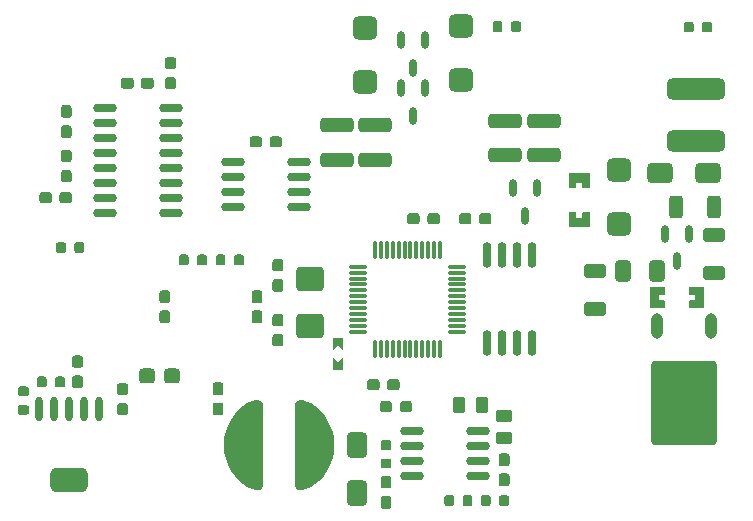
<source format=gtp>
G04 Layer_Color=8421504*
%FSLAX24Y24*%
%MOIN*%
G70*
G01*
G75*
G04:AMPARAMS|DCode=11|XSize=279.5mil|YSize=218.5mil|CornerRadius=10.9mil|HoleSize=0mil|Usage=FLASHONLY|Rotation=270.000|XOffset=0mil|YOffset=0mil|HoleType=Round|Shape=RoundedRectangle|*
%AMROUNDEDRECTD11*
21,1,0.2795,0.1967,0,0,270.0*
21,1,0.2577,0.2185,0,0,270.0*
1,1,0.0219,-0.0983,-0.1288*
1,1,0.0219,-0.0983,0.1288*
1,1,0.0219,0.0983,0.1288*
1,1,0.0219,0.0983,-0.1288*
%
%ADD11ROUNDEDRECTD11*%
%ADD12O,0.0394X0.0846*%
%ADD13O,0.0281X0.0591*%
G04:AMPARAMS|DCode=16|XSize=82.7mil|YSize=78.7mil|CornerRadius=19.7mil|HoleSize=0mil|Usage=FLASHONLY|Rotation=0.000|XOffset=0mil|YOffset=0mil|HoleType=Round|Shape=RoundedRectangle|*
%AMROUNDEDRECTD16*
21,1,0.0827,0.0394,0,0,0.0*
21,1,0.0433,0.0787,0,0,0.0*
1,1,0.0394,0.0217,-0.0197*
1,1,0.0394,-0.0217,-0.0197*
1,1,0.0394,-0.0217,0.0197*
1,1,0.0394,0.0217,0.0197*
%
%ADD16ROUNDEDRECTD16*%
G04:AMPARAMS|DCode=17|XSize=86.6mil|YSize=68.9mil|CornerRadius=17.2mil|HoleSize=0mil|Usage=FLASHONLY|Rotation=180.000|XOffset=0mil|YOffset=0mil|HoleType=Round|Shape=RoundedRectangle|*
%AMROUNDEDRECTD17*
21,1,0.0866,0.0344,0,0,180.0*
21,1,0.0522,0.0689,0,0,180.0*
1,1,0.0344,-0.0261,0.0172*
1,1,0.0344,0.0261,0.0172*
1,1,0.0344,0.0261,-0.0172*
1,1,0.0344,-0.0261,-0.0172*
%
%ADD17ROUNDEDRECTD17*%
G04:AMPARAMS|DCode=19|XSize=47.2mil|YSize=74.8mil|CornerRadius=11.8mil|HoleSize=0mil|Usage=FLASHONLY|Rotation=90.000|XOffset=0mil|YOffset=0mil|HoleType=Round|Shape=RoundedRectangle|*
%AMROUNDEDRECTD19*
21,1,0.0472,0.0512,0,0,90.0*
21,1,0.0236,0.0748,0,0,90.0*
1,1,0.0236,0.0256,0.0118*
1,1,0.0236,0.0256,-0.0118*
1,1,0.0236,-0.0256,-0.0118*
1,1,0.0236,-0.0256,0.0118*
%
%ADD19ROUNDEDRECTD19*%
G04:AMPARAMS|DCode=20|XSize=47.2mil|YSize=74.8mil|CornerRadius=11.8mil|HoleSize=0mil|Usage=FLASHONLY|Rotation=180.000|XOffset=0mil|YOffset=0mil|HoleType=Round|Shape=RoundedRectangle|*
%AMROUNDEDRECTD20*
21,1,0.0472,0.0512,0,0,180.0*
21,1,0.0236,0.0748,0,0,180.0*
1,1,0.0236,-0.0118,0.0256*
1,1,0.0236,0.0118,0.0256*
1,1,0.0236,0.0118,-0.0256*
1,1,0.0236,-0.0118,-0.0256*
%
%ADD20ROUNDEDRECTD20*%
G04:AMPARAMS|DCode=21|XSize=110.2mil|YSize=47.2mil|CornerRadius=11.8mil|HoleSize=0mil|Usage=FLASHONLY|Rotation=180.000|XOffset=0mil|YOffset=0mil|HoleType=Round|Shape=RoundedRectangle|*
%AMROUNDEDRECTD21*
21,1,0.1102,0.0236,0,0,180.0*
21,1,0.0866,0.0472,0,0,180.0*
1,1,0.0236,-0.0433,0.0118*
1,1,0.0236,0.0433,0.0118*
1,1,0.0236,0.0433,-0.0118*
1,1,0.0236,-0.0433,-0.0118*
%
%ADD21ROUNDEDRECTD21*%
%ADD22O,0.0630X0.0118*%
%ADD23O,0.0118X0.0630*%
%ADD24O,0.0800X0.0295*%
G04:AMPARAMS|DCode=25|XSize=55.1mil|YSize=70.9mil|CornerRadius=13.8mil|HoleSize=0mil|Usage=FLASHONLY|Rotation=0.000|XOffset=0mil|YOffset=0mil|HoleType=Round|Shape=RoundedRectangle|*
%AMROUNDEDRECTD25*
21,1,0.0551,0.0433,0,0,0.0*
21,1,0.0276,0.0709,0,0,0.0*
1,1,0.0276,0.0138,-0.0217*
1,1,0.0276,-0.0138,-0.0217*
1,1,0.0276,-0.0138,0.0217*
1,1,0.0276,0.0138,0.0217*
%
%ADD25ROUNDEDRECTD25*%
G04:AMPARAMS|DCode=27|XSize=55.1mil|YSize=41.3mil|CornerRadius=10.3mil|HoleSize=0mil|Usage=FLASHONLY|Rotation=90.000|XOffset=0mil|YOffset=0mil|HoleType=Round|Shape=RoundedRectangle|*
%AMROUNDEDRECTD27*
21,1,0.0551,0.0207,0,0,90.0*
21,1,0.0344,0.0413,0,0,90.0*
1,1,0.0207,0.0103,0.0172*
1,1,0.0207,0.0103,-0.0172*
1,1,0.0207,-0.0103,-0.0172*
1,1,0.0207,-0.0103,0.0172*
%
%ADD27ROUNDEDRECTD27*%
G04:AMPARAMS|DCode=28|XSize=55.1mil|YSize=41.3mil|CornerRadius=10.3mil|HoleSize=0mil|Usage=FLASHONLY|Rotation=180.000|XOffset=0mil|YOffset=0mil|HoleType=Round|Shape=RoundedRectangle|*
%AMROUNDEDRECTD28*
21,1,0.0551,0.0207,0,0,180.0*
21,1,0.0344,0.0413,0,0,180.0*
1,1,0.0207,-0.0172,0.0103*
1,1,0.0207,0.0172,0.0103*
1,1,0.0207,0.0172,-0.0103*
1,1,0.0207,-0.0172,-0.0103*
%
%ADD28ROUNDEDRECTD28*%
G04:AMPARAMS|DCode=32|XSize=86.6mil|YSize=68.9mil|CornerRadius=17.2mil|HoleSize=0mil|Usage=FLASHONLY|Rotation=90.000|XOffset=0mil|YOffset=0mil|HoleType=Round|Shape=RoundedRectangle|*
%AMROUNDEDRECTD32*
21,1,0.0866,0.0344,0,0,90.0*
21,1,0.0522,0.0689,0,0,90.0*
1,1,0.0344,0.0172,0.0261*
1,1,0.0344,0.0172,-0.0261*
1,1,0.0344,-0.0172,-0.0261*
1,1,0.0344,-0.0172,0.0261*
%
%ADD32ROUNDEDRECTD32*%
G04:AMPARAMS|DCode=34|XSize=54mil|YSize=50mil|CornerRadius=12.5mil|HoleSize=0mil|Usage=FLASHONLY|Rotation=180.000|XOffset=0mil|YOffset=0mil|HoleType=Round|Shape=RoundedRectangle|*
%AMROUNDEDRECTD34*
21,1,0.0540,0.0250,0,0,180.0*
21,1,0.0290,0.0500,0,0,180.0*
1,1,0.0250,-0.0145,0.0125*
1,1,0.0250,0.0145,0.0125*
1,1,0.0250,0.0145,-0.0125*
1,1,0.0250,-0.0145,-0.0125*
%
%ADD34ROUNDEDRECTD34*%
%ADD35O,0.0256X0.0807*%
G04:AMPARAMS|DCode=36|XSize=126mil|YSize=80.7mil|CornerRadius=20.2mil|HoleSize=0mil|Usage=FLASHONLY|Rotation=0.000|XOffset=0mil|YOffset=0mil|HoleType=Round|Shape=RoundedRectangle|*
%AMROUNDEDRECTD36*
21,1,0.1260,0.0404,0,0,0.0*
21,1,0.0856,0.0807,0,0,0.0*
1,1,0.0404,0.0428,-0.0202*
1,1,0.0404,-0.0428,-0.0202*
1,1,0.0404,-0.0428,0.0202*
1,1,0.0404,0.0428,0.0202*
%
%ADD36ROUNDEDRECTD36*%
G04:AMPARAMS|DCode=37|XSize=194.9mil|YSize=70.9mil|CornerRadius=17.7mil|HoleSize=0mil|Usage=FLASHONLY|Rotation=0.000|XOffset=0mil|YOffset=0mil|HoleType=Round|Shape=RoundedRectangle|*
%AMROUNDEDRECTD37*
21,1,0.1949,0.0354,0,0,0.0*
21,1,0.1594,0.0709,0,0,0.0*
1,1,0.0354,0.0797,-0.0177*
1,1,0.0354,-0.0797,-0.0177*
1,1,0.0354,-0.0797,0.0177*
1,1,0.0354,0.0797,0.0177*
%
%ADD37ROUNDEDRECTD37*%
%ADD38O,0.0295X0.0850*%
G04:AMPARAMS|DCode=39|XSize=90.6mil|YSize=82.7mil|CornerRadius=12.4mil|HoleSize=0mil|Usage=FLASHONLY|Rotation=0.000|XOffset=0mil|YOffset=0mil|HoleType=Round|Shape=RoundedRectangle|*
%AMROUNDEDRECTD39*
21,1,0.0906,0.0579,0,0,0.0*
21,1,0.0657,0.0827,0,0,0.0*
1,1,0.0248,0.0329,-0.0289*
1,1,0.0248,-0.0329,-0.0289*
1,1,0.0248,-0.0329,0.0289*
1,1,0.0248,0.0329,0.0289*
%
%ADD39ROUNDEDRECTD39*%
G36*
X22320Y34707D02*
X22350Y34687D01*
X22370Y34658D01*
X22377Y34623D01*
Y34393D01*
X22370Y34357D01*
X22350Y34328D01*
X22320Y34308D01*
X22285Y34301D01*
X22105D01*
X22070Y34308D01*
X22040Y34328D01*
X22020Y34357D01*
X22013Y34393D01*
Y34623D01*
X22020Y34658D01*
X22040Y34687D01*
X22070Y34707D01*
X22105Y34714D01*
X22285D01*
X22320Y34707D01*
D02*
G37*
G36*
X32867Y34584D02*
X32897Y34564D01*
X32917Y34535D01*
X32924Y34499D01*
Y34319D01*
X32917Y34284D01*
X32897Y34255D01*
X32867Y34235D01*
X32832Y34228D01*
X32602D01*
X32567Y34235D01*
X32537Y34255D01*
X32517Y34284D01*
X32510Y34319D01*
Y34499D01*
X32517Y34535D01*
X32537Y34564D01*
X32567Y34584D01*
X32602Y34591D01*
X32832D01*
X32867Y34584D01*
D02*
G37*
G36*
X21715Y34673D02*
X21742Y34656D01*
X21760Y34629D01*
X21766Y34598D01*
Y34398D01*
X21760Y34367D01*
X21742Y34340D01*
X21715Y34323D01*
X21684Y34316D01*
X21524D01*
X21493Y34323D01*
X21467Y34340D01*
X21449Y34367D01*
X21443Y34398D01*
Y34598D01*
X21449Y34629D01*
X21467Y34656D01*
X21493Y34673D01*
X21524Y34680D01*
X21684D01*
X21715Y34673D01*
D02*
G37*
G36*
X21105D02*
X21132Y34656D01*
X21150Y34629D01*
X21156Y34598D01*
Y34398D01*
X21150Y34367D01*
X21132Y34340D01*
X21105Y34323D01*
X21074Y34316D01*
X20914D01*
X20883Y34323D01*
X20857Y34340D01*
X20839Y34367D01*
X20833Y34398D01*
Y34598D01*
X20839Y34629D01*
X20857Y34656D01*
X20883Y34673D01*
X20914Y34680D01*
X21074D01*
X21105Y34673D01*
D02*
G37*
G36*
X23806Y34462D02*
X23836Y34442D01*
X23856Y34412D01*
X23863Y34377D01*
Y34147D01*
X23856Y34112D01*
X23836Y34082D01*
X23806Y34062D01*
X23771Y34055D01*
X23591D01*
X23556Y34062D01*
X23526Y34082D01*
X23506Y34112D01*
X23499Y34147D01*
Y34377D01*
X23506Y34412D01*
X23526Y34442D01*
X23556Y34462D01*
X23591Y34469D01*
X23771D01*
X23806Y34462D01*
D02*
G37*
G36*
X20515Y34338D02*
X20542Y34321D01*
X20559Y34294D01*
X20565Y34263D01*
Y34103D01*
X20559Y34072D01*
X20542Y34045D01*
X20515Y34028D01*
X20484Y34021D01*
X20284D01*
X20253Y34028D01*
X20226Y34045D01*
X20208Y34072D01*
X20202Y34103D01*
Y34263D01*
X20208Y34294D01*
X20226Y34321D01*
X20253Y34338D01*
X20284Y34345D01*
X20484D01*
X20515Y34338D01*
D02*
G37*
G36*
X32197Y34584D02*
X32227Y34564D01*
X32247Y34535D01*
X32254Y34499D01*
Y34319D01*
X32247Y34284D01*
X32227Y34255D01*
X32197Y34235D01*
X32162Y34228D01*
X31932D01*
X31897Y34235D01*
X31867Y34255D01*
X31847Y34284D01*
X31840Y34319D01*
Y34499D01*
X31847Y34535D01*
X31867Y34564D01*
X31897Y34584D01*
X31932Y34591D01*
X32162D01*
X32197Y34584D01*
D02*
G37*
G36*
X26995Y34472D02*
X27025Y34452D01*
X27045Y34422D01*
X27052Y34387D01*
Y34157D01*
X27045Y34122D01*
X27025Y34092D01*
X26995Y34072D01*
X26960Y34065D01*
X26780D01*
X26745Y34072D01*
X26715Y34092D01*
X26695Y34122D01*
X26688Y34157D01*
Y34387D01*
X26695Y34422D01*
X26715Y34452D01*
X26745Y34472D01*
X26780Y34479D01*
X26960D01*
X26995Y34472D01*
D02*
G37*
G36*
X25224Y36873D02*
X25253Y36853D01*
X25273Y36823D01*
X25280Y36788D01*
Y36558D01*
X25273Y36523D01*
X25253Y36493D01*
X25224Y36473D01*
X25188Y36466D01*
X25008D01*
X24973Y36473D01*
X24944Y36493D01*
X24924Y36523D01*
X24917Y36558D01*
Y36788D01*
X24924Y36823D01*
X24944Y36853D01*
X24973Y36873D01*
X25008Y36880D01*
X25188D01*
X25224Y36873D01*
D02*
G37*
G36*
X28992Y36755D02*
X29022Y36735D01*
X29042Y36706D01*
X29049Y36670D01*
Y36440D01*
X29042Y36405D01*
X29022Y36376D01*
X28992Y36356D01*
X28957Y36349D01*
X28777D01*
X28742Y36356D01*
X28712Y36376D01*
X28692Y36405D01*
X28685Y36440D01*
Y36670D01*
X28692Y36706D01*
X28712Y36735D01*
X28742Y36755D01*
X28777Y36762D01*
X28957D01*
X28992Y36755D01*
D02*
G37*
G36*
X41763Y37665D02*
X41771Y37644D01*
Y37441D01*
X41763Y37420D01*
X41742Y37411D01*
X41604D01*
X41583Y37403D01*
X41574Y37382D01*
Y37244D01*
X41583Y37223D01*
X41604Y37215D01*
X41742D01*
X41763Y37206D01*
X41771Y37185D01*
Y36982D01*
X41763Y36961D01*
X41742Y36953D01*
X41289D01*
X41268Y36961D01*
X41259Y36982D01*
Y37644D01*
X41268Y37665D01*
X41289Y37673D01*
X41742D01*
X41763Y37665D01*
D02*
G37*
G36*
X28294Y36873D02*
X28324Y36853D01*
X28344Y36823D01*
X28351Y36788D01*
Y36558D01*
X28344Y36523D01*
X28324Y36493D01*
X28294Y36473D01*
X28259Y36466D01*
X28079D01*
X28044Y36473D01*
X28014Y36493D01*
X27995Y36523D01*
X27988Y36558D01*
Y36788D01*
X27995Y36823D01*
X28014Y36853D01*
X28044Y36873D01*
X28079Y36880D01*
X28259D01*
X28294Y36873D01*
D02*
G37*
G36*
X31043Y34892D02*
X30689D01*
Y35285D01*
X30866Y35167D01*
X31043Y35285D01*
Y34892D01*
D02*
G37*
G36*
X22320Y35377D02*
X22350Y35357D01*
X22370Y35328D01*
X22377Y35293D01*
Y35063D01*
X22370Y35027D01*
X22350Y34998D01*
X22320Y34978D01*
X22285Y34971D01*
X22105D01*
X22070Y34978D01*
X22040Y34998D01*
X22020Y35027D01*
X22013Y35063D01*
Y35293D01*
X22020Y35328D01*
X22040Y35357D01*
X22070Y35377D01*
X22105Y35384D01*
X22285D01*
X22320Y35377D01*
D02*
G37*
G36*
X28992Y36085D02*
X29022Y36065D01*
X29042Y36036D01*
X29049Y36000D01*
Y35770D01*
X29042Y35735D01*
X29022Y35706D01*
X28992Y35686D01*
X28957Y35679D01*
X28777D01*
X28742Y35686D01*
X28712Y35706D01*
X28692Y35735D01*
X28685Y35770D01*
Y36000D01*
X28692Y36036D01*
X28712Y36065D01*
X28742Y36085D01*
X28777Y36092D01*
X28957D01*
X28992Y36085D01*
D02*
G37*
G36*
X31043Y35561D02*
X30866Y35679D01*
X30689Y35561D01*
Y35955D01*
X31043D01*
Y35561D01*
D02*
G37*
G36*
X33290Y33856D02*
X33320Y33836D01*
X33340Y33806D01*
X33347Y33771D01*
Y33591D01*
X33340Y33556D01*
X33320Y33526D01*
X33290Y33506D01*
X33255Y33499D01*
X33025D01*
X32990Y33506D01*
X32960Y33526D01*
X32940Y33556D01*
X32933Y33591D01*
Y33771D01*
X32940Y33806D01*
X32960Y33836D01*
X32990Y33856D01*
X33025Y33863D01*
X33255D01*
X33290Y33856D01*
D02*
G37*
G36*
X29693Y33884D02*
X29823Y33844D01*
X29974Y33783D01*
X30113Y33700D01*
X30238Y33596D01*
X30243Y33592D01*
X30392Y33426D01*
X30518Y33242D01*
X30618Y33043D01*
X30691Y32832D01*
X30735Y32614D01*
X30750Y32392D01*
X30735Y32169D01*
X30691Y31951D01*
X30618Y31741D01*
X30518Y31541D01*
X30392Y31358D01*
X30243Y31192D01*
X30241Y31190D01*
X30114Y31084D01*
X29973Y31000D01*
X29820Y30939D01*
X29686Y30897D01*
X29613Y30888D01*
X29542Y30907D01*
X29483Y30951D01*
X29444Y31013D01*
X29430Y31085D01*
Y33691D01*
X29444Y33765D01*
X29484Y33829D01*
X29545Y33874D01*
X29618Y33893D01*
X29693Y33884D01*
D02*
G37*
G36*
X36519Y30727D02*
X36545Y30709D01*
X36563Y30682D01*
X36569Y30651D01*
Y30451D01*
X36563Y30420D01*
X36545Y30394D01*
X36519Y30376D01*
X36487Y30370D01*
X36327D01*
X36296Y30376D01*
X36270Y30394D01*
X36252Y30420D01*
X36246Y30451D01*
Y30651D01*
X36252Y30682D01*
X36270Y30709D01*
X36296Y30727D01*
X36327Y30733D01*
X36487D01*
X36519Y30727D01*
D02*
G37*
G36*
X32596Y31352D02*
X32625Y31332D01*
X32645Y31302D01*
X32652Y31267D01*
Y31037D01*
X32645Y31002D01*
X32625Y30972D01*
X32596Y30952D01*
X32560Y30945D01*
X32380D01*
X32345Y30952D01*
X32316Y30972D01*
X32296Y31002D01*
X32289Y31037D01*
Y31267D01*
X32296Y31302D01*
X32316Y31332D01*
X32345Y31352D01*
X32380Y31359D01*
X32560D01*
X32596Y31352D01*
D02*
G37*
G36*
X28273Y33876D02*
X28332Y33833D01*
X28371Y33771D01*
X28385Y33699D01*
Y31093D01*
X28371Y31019D01*
X28331Y30955D01*
X28270Y30910D01*
X28197Y30891D01*
X28122Y30899D01*
X27992Y30940D01*
X27841Y31000D01*
X27701Y31084D01*
X27576Y31187D01*
X27572Y31192D01*
X27423Y31358D01*
X27297Y31542D01*
X27197Y31741D01*
X27124Y31951D01*
X27080Y32169D01*
X27065Y32392D01*
X27080Y32614D01*
X27124Y32832D01*
X27197Y33043D01*
X27297Y33242D01*
X27423Y33426D01*
X27572Y33592D01*
X27574Y33594D01*
X27701Y33699D01*
X27842Y33783D01*
X27995Y33845D01*
X28129Y33887D01*
X28202Y33895D01*
X28273Y33876D01*
D02*
G37*
G36*
X34688Y30727D02*
X34715Y30709D01*
X34732Y30682D01*
X34738Y30651D01*
Y30451D01*
X34732Y30420D01*
X34715Y30394D01*
X34688Y30376D01*
X34657Y30370D01*
X34497D01*
X34466Y30376D01*
X34439Y30394D01*
X34422Y30420D01*
X34415Y30451D01*
Y30651D01*
X34422Y30682D01*
X34439Y30709D01*
X34466Y30727D01*
X34497Y30733D01*
X34657D01*
X34688Y30727D01*
D02*
G37*
G36*
X32596Y30682D02*
X32625Y30662D01*
X32645Y30632D01*
X32652Y30597D01*
Y30367D01*
X32645Y30332D01*
X32625Y30302D01*
X32596Y30282D01*
X32560Y30275D01*
X32380D01*
X32345Y30282D01*
X32316Y30302D01*
X32296Y30332D01*
X32289Y30367D01*
Y30597D01*
X32296Y30632D01*
X32316Y30662D01*
X32345Y30682D01*
X32380Y30689D01*
X32560D01*
X32596Y30682D01*
D02*
G37*
G36*
X35909Y30727D02*
X35935Y30709D01*
X35953Y30682D01*
X35959Y30651D01*
Y30451D01*
X35953Y30420D01*
X35935Y30394D01*
X35909Y30376D01*
X35877Y30370D01*
X35717D01*
X35686Y30376D01*
X35660Y30394D01*
X35642Y30420D01*
X35636Y30451D01*
Y30651D01*
X35642Y30682D01*
X35660Y30709D01*
X35686Y30727D01*
X35717Y30733D01*
X35877D01*
X35909Y30727D01*
D02*
G37*
G36*
X35298Y30727D02*
X35325Y30709D01*
X35342Y30682D01*
X35348Y30651D01*
Y30451D01*
X35342Y30420D01*
X35325Y30394D01*
X35298Y30376D01*
X35267Y30370D01*
X35107D01*
X35076Y30376D01*
X35049Y30394D01*
X35032Y30420D01*
X35025Y30451D01*
Y30651D01*
X35032Y30682D01*
X35049Y30709D01*
X35076Y30727D01*
X35107Y30733D01*
X35267D01*
X35298Y30727D01*
D02*
G37*
G36*
X26995Y33802D02*
X27025Y33782D01*
X27045Y33752D01*
X27052Y33717D01*
Y33487D01*
X27045Y33452D01*
X27025Y33422D01*
X26995Y33402D01*
X26960Y33395D01*
X26780D01*
X26745Y33402D01*
X26715Y33422D01*
X26695Y33452D01*
X26688Y33487D01*
Y33717D01*
X26695Y33752D01*
X26715Y33782D01*
X26745Y33802D01*
X26780Y33809D01*
X26960D01*
X26995Y33802D01*
D02*
G37*
G36*
X23806Y33792D02*
X23836Y33772D01*
X23856Y33742D01*
X23863Y33707D01*
Y33477D01*
X23856Y33442D01*
X23836Y33412D01*
X23806Y33392D01*
X23771Y33385D01*
X23591D01*
X23556Y33392D01*
X23526Y33412D01*
X23506Y33442D01*
X23499Y33477D01*
Y33707D01*
X23506Y33742D01*
X23526Y33772D01*
X23556Y33792D01*
X23591Y33799D01*
X23771D01*
X23806Y33792D01*
D02*
G37*
G36*
X32620Y33856D02*
X32650Y33836D01*
X32670Y33806D01*
X32677Y33771D01*
Y33591D01*
X32670Y33556D01*
X32650Y33526D01*
X32620Y33506D01*
X32585Y33499D01*
X32355D01*
X32320Y33506D01*
X32290Y33526D01*
X32270Y33556D01*
X32263Y33591D01*
Y33771D01*
X32270Y33806D01*
X32290Y33836D01*
X32320Y33856D01*
X32355Y33863D01*
X32585D01*
X32620Y33856D01*
D02*
G37*
G36*
X20515Y33728D02*
X20542Y33711D01*
X20559Y33684D01*
X20565Y33653D01*
Y33493D01*
X20559Y33462D01*
X20542Y33435D01*
X20515Y33418D01*
X20484Y33411D01*
X20284D01*
X20253Y33418D01*
X20226Y33435D01*
X20208Y33462D01*
X20202Y33493D01*
Y33653D01*
X20208Y33684D01*
X20226Y33711D01*
X20253Y33728D01*
X20284Y33735D01*
X20484D01*
X20515Y33728D01*
D02*
G37*
G36*
X32602Y31937D02*
X32628Y31919D01*
X32646Y31893D01*
X32652Y31862D01*
Y31702D01*
X32646Y31670D01*
X32628Y31644D01*
X32602Y31626D01*
X32570Y31620D01*
X32370D01*
X32339Y31626D01*
X32313Y31644D01*
X32295Y31670D01*
X32289Y31702D01*
Y31862D01*
X32295Y31893D01*
X32313Y31919D01*
X32339Y31937D01*
X32370Y31943D01*
X32570D01*
X32602Y31937D01*
D02*
G37*
G36*
X36533Y31440D02*
X36562Y31420D01*
X36582Y31390D01*
X36589Y31355D01*
Y31125D01*
X36582Y31090D01*
X36562Y31060D01*
X36533Y31040D01*
X36497Y31033D01*
X36317D01*
X36282Y31040D01*
X36253Y31060D01*
X36233Y31090D01*
X36226Y31125D01*
Y31355D01*
X36233Y31390D01*
X36253Y31420D01*
X36282Y31440D01*
X36317Y31447D01*
X36497D01*
X36533Y31440D01*
D02*
G37*
G36*
X32602Y32547D02*
X32628Y32529D01*
X32646Y32503D01*
X32652Y32472D01*
Y32312D01*
X32646Y32280D01*
X32628Y32254D01*
X32602Y32236D01*
X32570Y32230D01*
X32370D01*
X32339Y32236D01*
X32313Y32254D01*
X32295Y32280D01*
X32289Y32312D01*
Y32472D01*
X32295Y32503D01*
X32313Y32529D01*
X32339Y32547D01*
X32370Y32553D01*
X32570D01*
X32602Y32547D01*
D02*
G37*
G36*
X36533Y32110D02*
X36562Y32090D01*
X36582Y32060D01*
X36589Y32025D01*
Y31795D01*
X36582Y31760D01*
X36562Y31730D01*
X36533Y31710D01*
X36497Y31703D01*
X36317D01*
X36282Y31710D01*
X36253Y31730D01*
X36233Y31760D01*
X36226Y31795D01*
Y32025D01*
X36233Y32060D01*
X36253Y32090D01*
X36282Y32110D01*
X36317Y32117D01*
X36497D01*
X36533Y32110D01*
D02*
G37*
G36*
X28950Y42675D02*
X28979Y42655D01*
X28999Y42625D01*
X29006Y42590D01*
Y42410D01*
X28999Y42375D01*
X28979Y42345D01*
X28950Y42325D01*
X28915Y42318D01*
X28685D01*
X28649Y42325D01*
X28620Y42345D01*
X28600Y42375D01*
X28593Y42410D01*
Y42590D01*
X28600Y42625D01*
X28620Y42655D01*
X28649Y42675D01*
X28685Y42682D01*
X28915D01*
X28950Y42675D01*
D02*
G37*
G36*
X28280D02*
X28309Y42655D01*
X28329Y42625D01*
X28336Y42590D01*
Y42410D01*
X28329Y42375D01*
X28309Y42345D01*
X28280Y42325D01*
X28245Y42318D01*
X28015D01*
X27979Y42325D01*
X27950Y42345D01*
X27930Y42375D01*
X27923Y42410D01*
Y42590D01*
X27930Y42625D01*
X27950Y42655D01*
X27979Y42675D01*
X28015Y42682D01*
X28245D01*
X28280Y42675D01*
D02*
G37*
G36*
X21936Y43714D02*
X21966Y43694D01*
X21986Y43664D01*
X21993Y43629D01*
Y43399D01*
X21986Y43364D01*
X21966Y43334D01*
X21936Y43314D01*
X21901Y43307D01*
X21721D01*
X21686Y43314D01*
X21656Y43334D01*
X21636Y43364D01*
X21629Y43399D01*
Y43629D01*
X21636Y43664D01*
X21656Y43694D01*
X21686Y43714D01*
X21721Y43721D01*
X21901D01*
X21936Y43714D01*
D02*
G37*
G36*
Y43044D02*
X21966Y43024D01*
X21986Y42994D01*
X21993Y42959D01*
Y42729D01*
X21986Y42694D01*
X21966Y42664D01*
X21936Y42644D01*
X21901Y42637D01*
X21721D01*
X21686Y42644D01*
X21656Y42664D01*
X21636Y42694D01*
X21629Y42729D01*
Y42959D01*
X21636Y42994D01*
X21656Y43024D01*
X21686Y43044D01*
X21721Y43051D01*
X21901D01*
X21936Y43044D01*
D02*
G37*
G36*
X39269Y41448D02*
X39278Y41428D01*
Y40975D01*
X39269Y40954D01*
X39248Y40945D01*
X39045D01*
X39024Y40954D01*
X39016Y40975D01*
Y41113D01*
X39007Y41133D01*
X38986Y41142D01*
X38848D01*
X38828Y41133D01*
X38819Y41113D01*
Y40975D01*
X38810Y40954D01*
X38789Y40945D01*
X38587D01*
X38566Y40954D01*
X38557Y40975D01*
Y41428D01*
X38566Y41448D01*
X38587Y41457D01*
X39248D01*
X39269Y41448D01*
D02*
G37*
G36*
X21942Y40824D02*
X21972Y40804D01*
X21991Y40775D01*
X21998Y40740D01*
Y40560D01*
X21991Y40524D01*
X21972Y40495D01*
X21942Y40475D01*
X21907Y40468D01*
X21677D01*
X21642Y40475D01*
X21612Y40495D01*
X21592Y40524D01*
X21585Y40560D01*
Y40740D01*
X21592Y40775D01*
X21612Y40804D01*
X21642Y40824D01*
X21677Y40831D01*
X21907D01*
X21942Y40824D01*
D02*
G37*
G36*
X21936Y42228D02*
X21966Y42208D01*
X21986Y42178D01*
X21993Y42143D01*
Y41913D01*
X21986Y41878D01*
X21966Y41848D01*
X21936Y41828D01*
X21901Y41821D01*
X21721D01*
X21686Y41828D01*
X21656Y41848D01*
X21636Y41878D01*
X21629Y41913D01*
Y42143D01*
X21636Y42178D01*
X21656Y42208D01*
X21686Y42228D01*
X21721Y42235D01*
X21901D01*
X21936Y42228D01*
D02*
G37*
G36*
Y41558D02*
X21966Y41538D01*
X21986Y41508D01*
X21993Y41473D01*
Y41243D01*
X21986Y41208D01*
X21966Y41178D01*
X21936Y41158D01*
X21901Y41151D01*
X21721D01*
X21686Y41158D01*
X21656Y41178D01*
X21636Y41208D01*
X21629Y41243D01*
Y41473D01*
X21636Y41508D01*
X21656Y41538D01*
X21686Y41558D01*
X21721Y41565D01*
X21901D01*
X21936Y41558D01*
D02*
G37*
G36*
X43280Y46504D02*
X43307Y46486D01*
X43325Y46460D01*
X43331Y46429D01*
Y46229D01*
X43325Y46198D01*
X43307Y46171D01*
X43280Y46153D01*
X43249Y46147D01*
X43089D01*
X43058Y46153D01*
X43032Y46171D01*
X43014Y46198D01*
X43008Y46229D01*
Y46429D01*
X43014Y46460D01*
X43032Y46486D01*
X43058Y46504D01*
X43089Y46510D01*
X43249D01*
X43280Y46504D01*
D02*
G37*
G36*
X42670D02*
X42697Y46486D01*
X42715Y46460D01*
X42721Y46429D01*
Y46229D01*
X42715Y46198D01*
X42697Y46171D01*
X42670Y46153D01*
X42639Y46147D01*
X42479D01*
X42448Y46153D01*
X42421Y46171D01*
X42404Y46198D01*
X42398Y46229D01*
Y46429D01*
X42404Y46460D01*
X42421Y46486D01*
X42448Y46504D01*
X42479Y46510D01*
X42639D01*
X42670Y46504D01*
D02*
G37*
G36*
X36912Y46524D02*
X36939Y46506D01*
X36956Y46480D01*
X36963Y46448D01*
Y46248D01*
X36956Y46217D01*
X36939Y46191D01*
X36912Y46173D01*
X36881Y46167D01*
X36721D01*
X36690Y46173D01*
X36663Y46191D01*
X36646Y46217D01*
X36639Y46248D01*
Y46448D01*
X36646Y46480D01*
X36663Y46506D01*
X36690Y46524D01*
X36721Y46530D01*
X36881D01*
X36912Y46524D01*
D02*
G37*
G36*
X36302D02*
X36329Y46506D01*
X36346Y46480D01*
X36353Y46448D01*
Y46248D01*
X36346Y46217D01*
X36329Y46191D01*
X36302Y46173D01*
X36271Y46167D01*
X36111D01*
X36080Y46173D01*
X36053Y46191D01*
X36036Y46217D01*
X36030Y46248D01*
Y46448D01*
X36036Y46480D01*
X36053Y46506D01*
X36080Y46524D01*
X36111Y46530D01*
X36271D01*
X36302Y46524D01*
D02*
G37*
G36*
X23998Y44633D02*
X24028Y44614D01*
X24048Y44584D01*
X24055Y44549D01*
Y44369D01*
X24048Y44334D01*
X24028Y44304D01*
X23998Y44284D01*
X23963Y44277D01*
X23733D01*
X23698Y44284D01*
X23668Y44304D01*
X23648Y44334D01*
X23641Y44369D01*
Y44549D01*
X23648Y44584D01*
X23668Y44614D01*
X23698Y44633D01*
X23733Y44640D01*
X23963D01*
X23998Y44633D01*
D02*
G37*
G36*
X25420Y44658D02*
X25450Y44638D01*
X25470Y44608D01*
X25477Y44573D01*
Y44343D01*
X25470Y44308D01*
X25450Y44278D01*
X25420Y44259D01*
X25385Y44252D01*
X25205D01*
X25170Y44259D01*
X25140Y44278D01*
X25120Y44308D01*
X25114Y44343D01*
Y44573D01*
X25120Y44608D01*
X25140Y44638D01*
X25170Y44658D01*
X25205Y44665D01*
X25385D01*
X25420Y44658D01*
D02*
G37*
G36*
Y45328D02*
X25450Y45308D01*
X25470Y45278D01*
X25477Y45243D01*
Y45013D01*
X25470Y44978D01*
X25450Y44948D01*
X25420Y44929D01*
X25385Y44922D01*
X25205D01*
X25170Y44929D01*
X25140Y44948D01*
X25120Y44978D01*
X25114Y45013D01*
Y45243D01*
X25120Y45278D01*
X25140Y45308D01*
X25170Y45328D01*
X25205Y45335D01*
X25385D01*
X25420Y45328D01*
D02*
G37*
G36*
X24668Y44633D02*
X24698Y44614D01*
X24718Y44584D01*
X24725Y44549D01*
Y44369D01*
X24718Y44334D01*
X24698Y44304D01*
X24668Y44284D01*
X24633Y44277D01*
X24403D01*
X24368Y44284D01*
X24338Y44304D01*
X24318Y44334D01*
X24311Y44369D01*
Y44549D01*
X24318Y44584D01*
X24338Y44614D01*
X24368Y44633D01*
X24403Y44640D01*
X24633D01*
X24668Y44633D01*
D02*
G37*
G36*
X21272Y40824D02*
X21302Y40804D01*
X21321Y40775D01*
X21328Y40740D01*
Y40560D01*
X21321Y40524D01*
X21302Y40495D01*
X21272Y40475D01*
X21237Y40468D01*
X21007D01*
X20972Y40475D01*
X20942Y40495D01*
X20922Y40524D01*
X20915Y40560D01*
Y40740D01*
X20922Y40775D01*
X20942Y40804D01*
X20972Y40824D01*
X21007Y40831D01*
X21237D01*
X21272Y40824D01*
D02*
G37*
G36*
X25840Y38738D02*
X25866Y38721D01*
X25884Y38694D01*
X25890Y38663D01*
Y38463D01*
X25884Y38432D01*
X25866Y38405D01*
X25840Y38388D01*
X25808Y38381D01*
X25648D01*
X25617Y38388D01*
X25591Y38405D01*
X25573Y38432D01*
X25567Y38463D01*
Y38663D01*
X25573Y38694D01*
X25591Y38721D01*
X25617Y38738D01*
X25648Y38745D01*
X25808D01*
X25840Y38738D01*
D02*
G37*
G36*
X28993Y38586D02*
X29023Y38566D01*
X29043Y38536D01*
X29050Y38501D01*
Y38271D01*
X29043Y38236D01*
X29023Y38206D01*
X28993Y38186D01*
X28958Y38179D01*
X28778D01*
X28743Y38186D01*
X28713Y38206D01*
X28693Y38236D01*
X28686Y38271D01*
Y38501D01*
X28693Y38536D01*
X28713Y38566D01*
X28743Y38586D01*
X28778Y38593D01*
X28958D01*
X28993Y38586D01*
D02*
G37*
G36*
X27070Y38738D02*
X27096Y38721D01*
X27114Y38694D01*
X27120Y38663D01*
Y38463D01*
X27114Y38432D01*
X27096Y38405D01*
X27070Y38388D01*
X27039Y38381D01*
X26879D01*
X26848Y38388D01*
X26821Y38405D01*
X26803Y38432D01*
X26797Y38463D01*
Y38663D01*
X26803Y38694D01*
X26821Y38721D01*
X26848Y38738D01*
X26879Y38745D01*
X27039D01*
X27070Y38738D01*
D02*
G37*
G36*
X26450D02*
X26476Y38721D01*
X26494Y38694D01*
X26500Y38663D01*
Y38463D01*
X26494Y38432D01*
X26476Y38405D01*
X26450Y38388D01*
X26418Y38381D01*
X26258D01*
X26227Y38388D01*
X26201Y38405D01*
X26183Y38432D01*
X26177Y38463D01*
Y38663D01*
X26183Y38694D01*
X26201Y38721D01*
X26227Y38738D01*
X26258Y38745D01*
X26418D01*
X26450Y38738D01*
D02*
G37*
G36*
X25224Y37543D02*
X25253Y37523D01*
X25273Y37493D01*
X25280Y37458D01*
Y37228D01*
X25273Y37193D01*
X25253Y37163D01*
X25224Y37143D01*
X25188Y37136D01*
X25008D01*
X24973Y37143D01*
X24944Y37163D01*
X24924Y37193D01*
X24917Y37228D01*
Y37458D01*
X24924Y37493D01*
X24944Y37523D01*
X24973Y37543D01*
X25008Y37550D01*
X25188D01*
X25224Y37543D01*
D02*
G37*
G36*
X43063Y37665D02*
X43071Y37644D01*
Y36982D01*
X43063Y36961D01*
X43042Y36953D01*
X42589D01*
X42568Y36961D01*
X42559Y36982D01*
Y37185D01*
X42568Y37206D01*
X42589Y37215D01*
X42727D01*
X42748Y37223D01*
X42756Y37244D01*
Y37382D01*
X42748Y37403D01*
X42727Y37411D01*
X42589D01*
X42568Y37420D01*
X42559Y37441D01*
Y37644D01*
X42568Y37665D01*
X42589Y37673D01*
X43042D01*
X43063Y37665D01*
D02*
G37*
G36*
X28993Y37916D02*
X29023Y37896D01*
X29043Y37866D01*
X29050Y37831D01*
Y37601D01*
X29043Y37566D01*
X29023Y37536D01*
X28993Y37516D01*
X28958Y37509D01*
X28778D01*
X28743Y37516D01*
X28713Y37536D01*
X28693Y37566D01*
X28686Y37601D01*
Y37831D01*
X28693Y37866D01*
X28713Y37896D01*
X28743Y37916D01*
X28778Y37923D01*
X28958D01*
X28993Y37916D01*
D02*
G37*
G36*
X28294Y37543D02*
X28324Y37523D01*
X28344Y37493D01*
X28351Y37458D01*
Y37228D01*
X28344Y37193D01*
X28324Y37163D01*
X28294Y37143D01*
X28259Y37136D01*
X28079D01*
X28044Y37143D01*
X28014Y37163D01*
X27995Y37193D01*
X27988Y37228D01*
Y37458D01*
X27995Y37493D01*
X28014Y37523D01*
X28044Y37543D01*
X28079Y37550D01*
X28259D01*
X28294Y37543D01*
D02*
G37*
G36*
X33536Y40126D02*
X33565Y40106D01*
X33585Y40076D01*
X33592Y40041D01*
Y39861D01*
X33585Y39826D01*
X33565Y39796D01*
X33536Y39776D01*
X33500Y39769D01*
X33270D01*
X33235Y39776D01*
X33206Y39796D01*
X33186Y39826D01*
X33179Y39861D01*
Y40041D01*
X33186Y40076D01*
X33206Y40106D01*
X33235Y40126D01*
X33270Y40133D01*
X33500D01*
X33536Y40126D01*
D02*
G37*
G36*
X35928Y40116D02*
X35958Y40096D01*
X35978Y40066D01*
X35985Y40031D01*
Y39851D01*
X35978Y39816D01*
X35958Y39786D01*
X35928Y39766D01*
X35893Y39759D01*
X35663D01*
X35628Y39766D01*
X35598Y39786D01*
X35578Y39816D01*
X35571Y39851D01*
Y40031D01*
X35578Y40066D01*
X35598Y40096D01*
X35628Y40116D01*
X35663Y40123D01*
X35893D01*
X35928Y40116D01*
D02*
G37*
G36*
X39269Y40148D02*
X39278Y40128D01*
Y39675D01*
X39269Y39654D01*
X39248Y39645D01*
X38587D01*
X38566Y39654D01*
X38557Y39675D01*
Y40128D01*
X38566Y40148D01*
X38587Y40157D01*
X38789D01*
X38810Y40148D01*
X38819Y40128D01*
Y39990D01*
X38828Y39969D01*
X38848Y39960D01*
X38986D01*
X39007Y39969D01*
X39016Y39990D01*
Y40128D01*
X39024Y40148D01*
X39045Y40157D01*
X39248D01*
X39269Y40148D01*
D02*
G37*
G36*
X34206Y40126D02*
X34235Y40106D01*
X34255Y40076D01*
X34262Y40041D01*
Y39861D01*
X34255Y39826D01*
X34235Y39796D01*
X34206Y39776D01*
X34170Y39769D01*
X33940D01*
X33905Y39776D01*
X33876Y39796D01*
X33856Y39826D01*
X33849Y39861D01*
Y40041D01*
X33856Y40076D01*
X33876Y40106D01*
X33905Y40126D01*
X33940Y40133D01*
X34170D01*
X34206Y40126D01*
D02*
G37*
G36*
X21745Y39162D02*
X21772Y39144D01*
X21789Y39117D01*
X21796Y39086D01*
Y38886D01*
X21789Y38855D01*
X21772Y38829D01*
X21745Y38811D01*
X21714Y38805D01*
X21554D01*
X21523Y38811D01*
X21496Y38829D01*
X21479Y38855D01*
X21472Y38886D01*
Y39086D01*
X21479Y39117D01*
X21496Y39144D01*
X21523Y39162D01*
X21554Y39168D01*
X21714D01*
X21745Y39162D01*
D02*
G37*
G36*
X27680Y38738D02*
X27706Y38721D01*
X27724Y38694D01*
X27730Y38663D01*
Y38463D01*
X27724Y38432D01*
X27706Y38405D01*
X27680Y38388D01*
X27649Y38381D01*
X27489D01*
X27458Y38388D01*
X27431Y38405D01*
X27413Y38432D01*
X27407Y38463D01*
Y38663D01*
X27413Y38694D01*
X27431Y38721D01*
X27458Y38738D01*
X27489Y38745D01*
X27649D01*
X27680Y38738D01*
D02*
G37*
G36*
X35258Y40116D02*
X35288Y40096D01*
X35308Y40066D01*
X35315Y40031D01*
Y39851D01*
X35308Y39816D01*
X35288Y39786D01*
X35258Y39766D01*
X35223Y39759D01*
X34993D01*
X34958Y39766D01*
X34928Y39786D01*
X34908Y39816D01*
X34901Y39851D01*
Y40031D01*
X34908Y40066D01*
X34928Y40096D01*
X34958Y40116D01*
X34993Y40123D01*
X35223D01*
X35258Y40116D01*
D02*
G37*
G36*
X22355Y39162D02*
X22382Y39144D01*
X22399Y39117D01*
X22406Y39086D01*
Y38886D01*
X22399Y38855D01*
X22382Y38829D01*
X22355Y38811D01*
X22324Y38805D01*
X22164D01*
X22133Y38811D01*
X22106Y38829D01*
X22089Y38855D01*
X22082Y38886D01*
Y39086D01*
X22089Y39117D01*
X22106Y39144D01*
X22133Y39162D01*
X22164Y39168D01*
X22324D01*
X22355Y39162D01*
D02*
G37*
D11*
X42411Y33799D02*
D03*
D12*
X43309Y36358D02*
D03*
X41514D02*
D03*
D13*
X42179Y38514D02*
D03*
X41779Y39424D02*
D03*
X42579D02*
D03*
X37100Y40040D02*
D03*
X36700Y40950D02*
D03*
X37500D02*
D03*
X32970Y44286D02*
D03*
X33770D02*
D03*
X33370Y43376D02*
D03*
X32970Y45881D02*
D03*
X33770D02*
D03*
X33370Y44971D02*
D03*
D16*
X40226Y39754D02*
D03*
Y41565D02*
D03*
X31772Y46299D02*
D03*
Y44488D02*
D03*
X34970Y44547D02*
D03*
Y46358D02*
D03*
D17*
X41594Y41476D02*
D03*
X43209D02*
D03*
D19*
X39449Y38189D02*
D03*
Y36929D02*
D03*
X43406Y39400D02*
D03*
Y38140D02*
D03*
D20*
X42146Y40335D02*
D03*
X43406D02*
D03*
D21*
X37746Y43209D02*
D03*
Y42067D02*
D03*
X36447Y43209D02*
D03*
Y42067D02*
D03*
X30837Y43051D02*
D03*
Y41909D02*
D03*
X32116Y43051D02*
D03*
Y41909D02*
D03*
D22*
X31535Y37156D02*
D03*
Y37352D02*
D03*
Y37549D02*
D03*
Y37746D02*
D03*
Y37943D02*
D03*
Y38140D02*
D03*
Y38337D02*
D03*
Y36171D02*
D03*
Y36368D02*
D03*
Y36565D02*
D03*
Y36762D02*
D03*
Y36959D02*
D03*
X34843Y37352D02*
D03*
Y37156D02*
D03*
Y38337D02*
D03*
Y38140D02*
D03*
Y37943D02*
D03*
Y37746D02*
D03*
Y37549D02*
D03*
Y36959D02*
D03*
Y36762D02*
D03*
Y36565D02*
D03*
Y36368D02*
D03*
Y36171D02*
D03*
D23*
X34075Y38907D02*
D03*
X34272D02*
D03*
Y35600D02*
D03*
X34075D02*
D03*
X32106Y38907D02*
D03*
X32303D02*
D03*
X32500D02*
D03*
X32697D02*
D03*
X32894D02*
D03*
X33091D02*
D03*
X33287D02*
D03*
X33484D02*
D03*
X33681D02*
D03*
X33878D02*
D03*
Y35600D02*
D03*
X33681D02*
D03*
X33484D02*
D03*
X33287D02*
D03*
X33091D02*
D03*
X32894D02*
D03*
X32697D02*
D03*
X32500D02*
D03*
X32303D02*
D03*
X32106D02*
D03*
D24*
X25291Y41642D02*
D03*
X23091D02*
D03*
X25291Y42142D02*
D03*
Y42642D02*
D03*
Y43142D02*
D03*
Y43642D02*
D03*
Y40142D02*
D03*
Y40642D02*
D03*
Y41142D02*
D03*
X23091Y42142D02*
D03*
Y42642D02*
D03*
Y43142D02*
D03*
Y43642D02*
D03*
Y40142D02*
D03*
Y40642D02*
D03*
Y41142D02*
D03*
X29562Y40841D02*
D03*
X27362D02*
D03*
X29562Y40341D02*
D03*
X27362D02*
D03*
X29562Y41841D02*
D03*
Y41341D02*
D03*
X27362D02*
D03*
Y41841D02*
D03*
X33327Y32864D02*
D03*
Y32364D02*
D03*
X35527D02*
D03*
Y32864D02*
D03*
X33327Y31364D02*
D03*
X35527D02*
D03*
X33327Y31864D02*
D03*
X35527D02*
D03*
D25*
X41516Y38189D02*
D03*
X40374D02*
D03*
D27*
X34911Y33730D02*
D03*
X35659D02*
D03*
D28*
X36407Y32628D02*
D03*
Y33376D02*
D03*
D32*
X31516Y32392D02*
D03*
Y30778D02*
D03*
D34*
X25344Y34705D02*
D03*
X24504D02*
D03*
D35*
X21419Y33593D02*
D03*
X20919D02*
D03*
X22919D02*
D03*
X22419D02*
D03*
X21919D02*
D03*
D36*
Y31230D02*
D03*
D37*
X42805Y44262D02*
D03*
Y42530D02*
D03*
D38*
X37327Y35778D02*
D03*
X36327D02*
D03*
X35827D02*
D03*
X37327Y38728D02*
D03*
X36327D02*
D03*
X35827D02*
D03*
X36827Y35778D02*
D03*
Y38728D02*
D03*
D39*
X29921Y36348D02*
D03*
Y37923D02*
D03*
M02*

</source>
